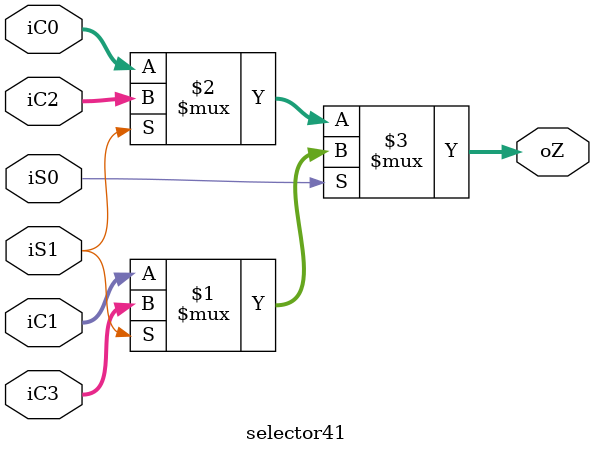
<source format=v>
`timescale 1ns / 1ns


module selector41(
   input iS1,
   input iS0,
   input [3:0] iC0,
   input [3:0] iC1,
   input [3:0] iC2,
   input [3:0] iC3,
   output [3:0] oZ
    );
    assign oZ=iS0?(iS1?iC3:iC1):(iS1?iC2:iC0);
endmodule

</source>
